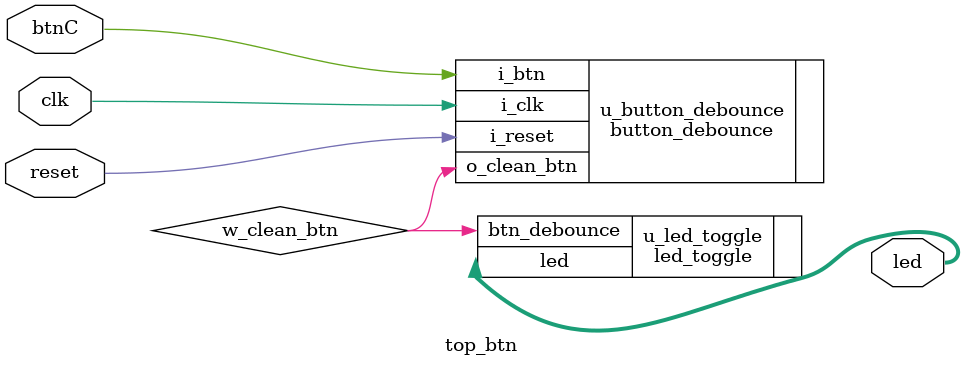
<source format=v>
`timescale 1ns / 1ps

module top_btn(
    input clk,
    input reset,
    input btnC,
    output [1:0] led
    );

    wire w_clean_btn;

    button_debounce u_button_debounce(
        .i_clk(clk),
        .i_reset(reset),
        .i_btn(btnC),
        .o_clean_btn(w_clean_btn)
    );

    led_toggle u_led_toggle(
        .btn_debounce(w_clean_btn),
        .led(led)
    );

endmodule

</source>
